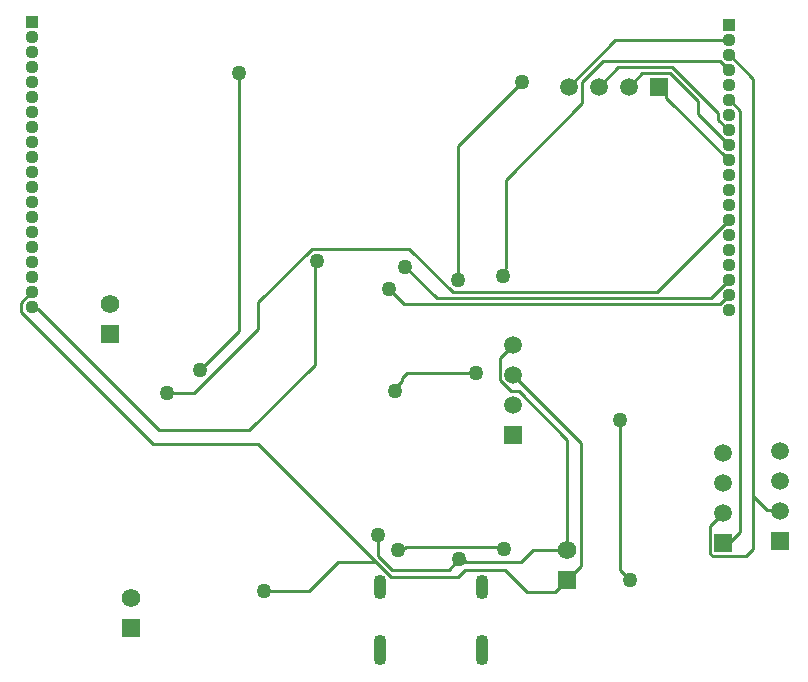
<source format=gbl>
G04*
G04 #@! TF.GenerationSoftware,Altium Limited,Altium Designer,23.1.1 (15)*
G04*
G04 Layer_Physical_Order=2*
G04 Layer_Color=16711680*
%FSLAX44Y44*%
%MOMM*%
G71*
G04*
G04 #@! TF.SameCoordinates,DF347086-9161-46D8-984A-1B3E043AF996*
G04*
G04*
G04 #@! TF.FilePolarity,Positive*
G04*
G01*
G75*
%ADD12C,0.2540*%
%ADD54C,1.5700*%
%ADD55R,1.5700X1.5700*%
%ADD56R,1.5200X1.5200*%
%ADD57C,1.5200*%
%ADD58C,1.1200*%
%ADD59R,1.1200X1.1200*%
%ADD60R,1.5200X1.5200*%
G04:AMPARAMS|DCode=61|XSize=1.1mm|YSize=2.1mm|CornerRadius=0.55mm|HoleSize=0mm|Usage=FLASHONLY|Rotation=0.000|XOffset=0mm|YOffset=0mm|HoleType=Round|Shape=RoundedRectangle|*
%AMROUNDEDRECTD61*
21,1,1.1000,1.0000,0,0,0.0*
21,1,0.0000,2.1000,0,0,0.0*
1,1,1.1000,0.0000,-0.5000*
1,1,1.1000,0.0000,-0.5000*
1,1,1.1000,0.0000,0.5000*
1,1,1.1000,0.0000,0.5000*
%
%ADD61ROUNDEDRECTD61*%
G04:AMPARAMS|DCode=62|XSize=1.1mm|YSize=2.6mm|CornerRadius=0.55mm|HoleSize=0mm|Usage=FLASHONLY|Rotation=0.000|XOffset=0mm|YOffset=0mm|HoleType=Round|Shape=RoundedRectangle|*
%AMROUNDEDRECTD62*
21,1,1.1000,1.5000,0,0,0.0*
21,1,0.0000,2.6000,0,0,0.0*
1,1,1.1000,0.0000,-0.7500*
1,1,1.1000,0.0000,-0.7500*
1,1,1.1000,0.0000,0.7500*
1,1,1.1000,0.0000,0.7500*
%
%ADD62ROUNDEDRECTD62*%
%ADD65C,1.2700*%
D12*
X583920Y448266D02*
X683733Y348453D01*
X788690Y502004D02*
Y520720D01*
Y502004D02*
X797954Y492740D01*
X804826D01*
X788690Y520720D02*
X800100Y532130D01*
X683733Y348453D02*
X696906Y335280D01*
X651510Y347980D02*
X683260D01*
X683733Y348453D01*
X627380Y323850D02*
X651510Y347980D01*
X589288Y323850D02*
X627380D01*
X708878Y360680D02*
X791210D01*
X792480Y359410D01*
X708282Y360084D02*
X708878Y360680D01*
X806848Y347980D02*
X817008Y358140D01*
X759669Y347980D02*
X806848D01*
X754380Y350520D02*
X757129D01*
X759669Y347980D01*
X753508Y335280D02*
X759508Y341280D01*
X793265D01*
X811977Y322568D01*
X696906Y335280D02*
X753508D01*
X745490Y341630D02*
X754380Y350520D01*
X685800Y353571D02*
X697740Y341630D01*
X745490D01*
X1003300Y403860D02*
Y757528D01*
Y359410D02*
Y403860D01*
X1014750Y392410D02*
X1024910D01*
X1003300Y403860D02*
X1014750Y392410D01*
X1024910D02*
X1026160Y391160D01*
X996970Y353080D02*
X1003300Y359410D01*
X968722Y353080D02*
X996970D01*
X966490Y355312D02*
X968722Y353080D01*
X966490Y355312D02*
Y378480D01*
X977900Y389890D01*
Y359410D02*
X992390Y373900D01*
X705666Y504048D02*
X709618Y508000D01*
X705666Y501662D02*
Y504048D01*
X699770Y495766D02*
X705666Y501662D01*
X699770Y493190D02*
Y495766D01*
X709618Y508000D02*
X768350D01*
X890270Y341630D02*
X899160Y332740D01*
X890270Y341630D02*
Y468630D01*
X899160Y330200D02*
Y332740D01*
X872490Y750570D02*
X888980Y767060D01*
X956158Y727254D02*
X982372Y701040D01*
X982980D01*
X956158Y727254D02*
Y738290D01*
X932468Y761980D02*
X956158Y738290D01*
X909300Y761980D02*
X932468D01*
X897890Y750570D02*
X909300Y761980D01*
X973570Y722542D02*
Y728062D01*
X888980Y767060D02*
X934572D01*
X875844Y772140D02*
X974772D01*
X858626Y754922D02*
X875844Y772140D01*
X982372Y764540D02*
X982980D01*
X974772Y772140D02*
X982372Y764540D01*
X934572Y767060D02*
X973570Y728062D01*
Y722542D02*
X982372Y713740D01*
X929470Y741242D02*
Y744390D01*
X923290Y750570D02*
X929470Y744390D01*
Y741242D02*
X982372Y688340D01*
X982980D01*
X982372Y713740D02*
X982980D01*
X847090Y750570D02*
X886460Y789940D01*
X858626Y748736D02*
Y754922D01*
X886460Y789940D02*
X982980D01*
X793750Y671830D02*
X858626Y736706D01*
Y748736D01*
X793750Y597118D02*
Y671830D01*
X807521Y754579D02*
Y754579D01*
X753110Y700168D02*
X807521Y754579D01*
X791210Y590550D02*
X793154Y592494D01*
Y596522D01*
X793750Y597118D01*
X753110Y586740D02*
Y700168D01*
X921412Y576580D02*
X982372Y637540D01*
X967132Y571500D02*
X982372Y586740D01*
X694690Y579120D02*
X707390Y566420D01*
X974752D02*
X982372Y574040D01*
X629522Y613410D02*
X712072D01*
X748902Y576580D01*
X707390Y566420D02*
X974752D01*
X708660Y598170D02*
X735330Y571500D01*
X967132D01*
X748902Y576580D02*
X921412D01*
X982372Y637540D02*
X982980D01*
X576580Y459740D02*
X631786Y514946D01*
Y601306D01*
X633730Y603250D01*
X534670Y510540D02*
X567690Y543560D01*
X983588Y777240D02*
X1003300Y757528D01*
X982980Y777240D02*
X983588D01*
X982980Y739140D02*
X983588D01*
X992390Y730338D01*
Y373900D02*
Y730338D01*
X804826Y492740D02*
X845820Y451746D01*
Y358140D02*
Y451746D01*
Y332740D02*
X857480Y344400D01*
X800100Y506730D02*
X857480Y449350D01*
Y344400D02*
Y449350D01*
X506730Y491490D02*
X529988D01*
X584200Y545702D01*
Y568088D02*
X629522Y613410D01*
X584200Y545702D02*
Y568088D01*
X982372Y574040D02*
X982980D01*
X567690Y543560D02*
Y762000D01*
X685800Y353571D02*
Y370840D01*
X500380Y459740D02*
X576580D01*
X397897Y562223D02*
X500380Y459740D01*
X394087Y562223D02*
X397897D01*
X392430Y563880D02*
X394087Y562223D01*
X383020Y567778D02*
X391822Y576580D01*
X383020Y559982D02*
Y567778D01*
Y559982D02*
X494736Y448266D01*
X391822Y576580D02*
X392430D01*
X811977Y322568D02*
X835648D01*
X494736Y448266D02*
X583920D01*
X835648Y322568D02*
X845820Y332740D01*
X817008Y358140D02*
X845820D01*
X982372Y586740D02*
X982980D01*
X702310Y358140D02*
X704254Y360084D01*
X708282D01*
D54*
X476250Y317500D02*
D03*
X458470Y566420D02*
D03*
X845820Y358140D02*
D03*
D55*
X476250Y292100D02*
D03*
X458470Y541020D02*
D03*
X845820Y332740D02*
D03*
D56*
X1026160Y365760D02*
D03*
X977900Y364490D02*
D03*
X800100Y455930D02*
D03*
D57*
X1026160Y391160D02*
D03*
Y416560D02*
D03*
Y441960D02*
D03*
X977900Y440690D02*
D03*
Y415290D02*
D03*
Y389890D02*
D03*
X800100Y532130D02*
D03*
Y506730D02*
D03*
Y481330D02*
D03*
X897890Y750570D02*
D03*
X872490D02*
D03*
X847090D02*
D03*
D58*
X982980Y561340D02*
D03*
Y574040D02*
D03*
Y586740D02*
D03*
Y599440D02*
D03*
Y612140D02*
D03*
Y624840D02*
D03*
Y637540D02*
D03*
Y650240D02*
D03*
Y662940D02*
D03*
Y675640D02*
D03*
Y688340D02*
D03*
Y701040D02*
D03*
Y713740D02*
D03*
Y726440D02*
D03*
Y739140D02*
D03*
Y751840D02*
D03*
Y764540D02*
D03*
Y777240D02*
D03*
Y789940D02*
D03*
X392430Y792480D02*
D03*
Y779780D02*
D03*
Y767080D02*
D03*
Y754380D02*
D03*
Y741680D02*
D03*
Y728980D02*
D03*
Y716280D02*
D03*
Y703580D02*
D03*
Y690880D02*
D03*
Y678180D02*
D03*
Y665480D02*
D03*
Y652780D02*
D03*
Y640080D02*
D03*
Y627380D02*
D03*
Y614680D02*
D03*
Y601980D02*
D03*
Y589280D02*
D03*
Y576580D02*
D03*
Y563880D02*
D03*
D59*
X982980Y802640D02*
D03*
X392430Y805180D02*
D03*
D60*
X923290Y750570D02*
D03*
D61*
X687050Y326970D02*
D03*
X773450D02*
D03*
D62*
X687050Y273370D02*
D03*
X773450D02*
D03*
D65*
X589288Y323850D02*
D03*
X792480Y359410D02*
D03*
X699770Y493190D02*
D03*
X807521Y754579D02*
D03*
X753110Y586740D02*
D03*
X791210Y590550D02*
D03*
X685800Y370840D02*
D03*
X702310Y358140D02*
D03*
X768350Y508000D02*
D03*
X694690Y579120D02*
D03*
X633730Y603250D02*
D03*
X890270Y468630D02*
D03*
X708660Y598170D02*
D03*
X899160Y332740D02*
D03*
X506730Y491490D02*
D03*
X534670Y510540D02*
D03*
X754380Y350520D02*
D03*
X567690Y762000D02*
D03*
M02*

</source>
